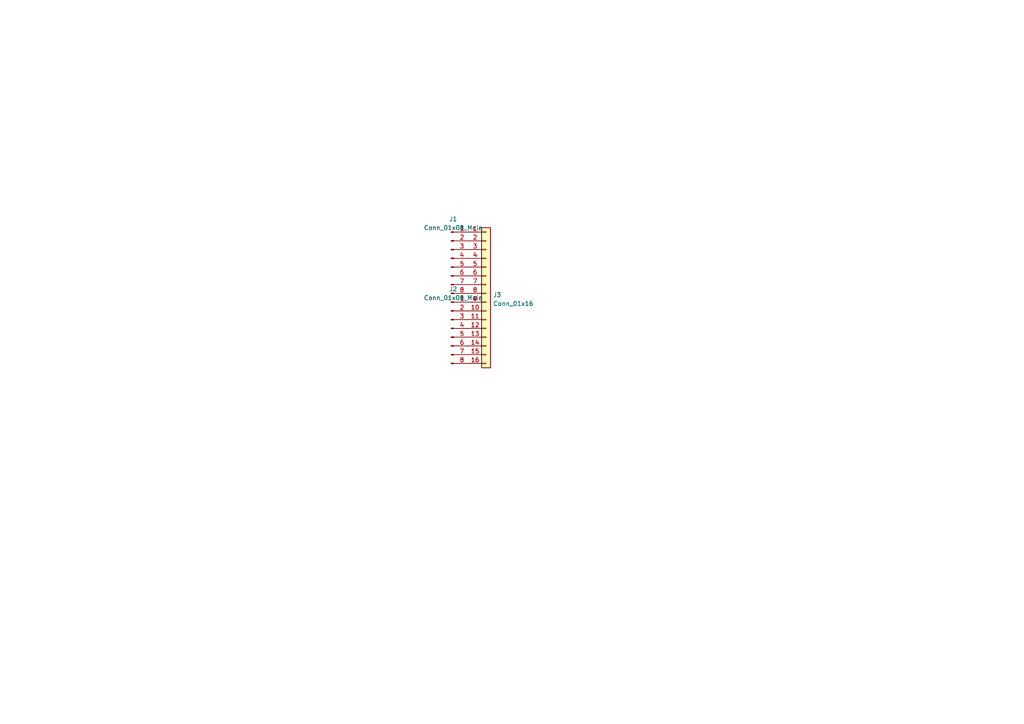
<source format=kicad_sch>
(kicad_sch (version 20211123) (generator eeschema)
  (paper "A4")
  (lib_symbols
    (symbol "Connector:Conn_01x08_Male" (pin_names (offset 1.016) hide)
      (property "Reference" "J" (at 0 10.16 0))
      (property "Value" "Conn_01x08_Male" (at 0 -12.7 0))
      (symbol "Conn_01x08_Male_1_1"
        (polyline (pts (xy 1.27 -10.16) (xy 0.8636 -10.16)) (stroke (width 0.1524)))
        (polyline (pts (xy 1.27 -7.62) (xy 0.8636 -7.62)) (stroke (width 0.1524)))
        (polyline (pts (xy 1.27 -5.08) (xy 0.8636 -5.08)) (stroke (width 0.1524)))
        (polyline (pts (xy 1.27 -2.54) (xy 0.8636 -2.54)) (stroke (width 0.1524)))
        (polyline (pts (xy 1.27 0) (xy 0.8636 0)) (stroke (width 0.1524)))
        (polyline (pts (xy 1.27 2.54) (xy 0.8636 2.54)) (stroke (width 0.1524)))
        (polyline (pts (xy 1.27 5.08) (xy 0.8636 5.08)) (stroke (width 0.1524)))
        (polyline (pts (xy 1.27 7.62) (xy 0.8636 7.62)) (stroke (width 0.1524)))
        (rectangle (start 0.8636 -10.033) (end 0 -10.287) (stroke (width 0.1524)) (fill (type outline)))
        (rectangle (start 0.8636 -7.493) (end 0 -7.747) (stroke (width 0.1524)) (fill (type outline)))
        (rectangle (start 0.8636 -4.953) (end 0 -5.207) (stroke (width 0.1524)) (fill (type outline)))
        (rectangle (start 0.8636 -2.413) (end 0 -2.667) (stroke (width 0.1524)) (fill (type outline)))
        (rectangle (start 0.8636 0.127) (end 0 -0.127) (stroke (width 0.1524)) (fill (type outline)))
        (rectangle (start 0.8636 2.667) (end 0 2.413) (stroke (width 0.1524)) (fill (type outline)))
        (rectangle (start 0.8636 5.207) (end 0 4.953) (stroke (width 0.1524)) (fill (type outline)))
        (rectangle (start 0.8636 7.747) (end 0 7.493) (stroke (width 0.1524)) (fill (type outline)))
        (pin passive line (at 5.08 7.62 180) (length 3.81) (name "Pin_1") (number "1"))
        (pin passive line (at 5.08 5.08 180) (length 3.81) (name "Pin_2") (number "2"))
        (pin passive line (at 5.08 2.54 180) (length 3.81) (name "Pin_3") (number "3"))
        (pin passive line (at 5.08 0 180) (length 3.81) (name "Pin_4") (number "4"))
        (pin passive line (at 5.08 -2.54 180) (length 3.81) (name "Pin_5") (number "5"))
        (pin passive line (at 5.08 -5.08 180) (length 3.81) (name "Pin_6") (number "6"))
        (pin passive line (at 5.08 -7.62 180) (length 3.81) (name "Pin_7") (number "7"))
        (pin passive line (at 5.08 -10.16 180) (length 3.81) (name "Pin_8") (number "8"))
      )
    )
    (symbol "Connector_Generic:Conn_01x16" (pin_names (offset 1.016) hide)
      (property "Reference" "J" (at 0 20.32 0))
      (property "Value" "Conn_01x16" (at 0 -22.86 0))
      (symbol "Conn_01x16_1_1"
        (rectangle (start -1.27 -20.193) (end 0 -20.447) (stroke (width 0.1524)))
        (rectangle (start -1.27 -17.653) (end 0 -17.907) (stroke (width 0.1524)))
        (rectangle (start -1.27 -15.113) (end 0 -15.367) (stroke (width 0.1524)))
        (rectangle (start -1.27 -12.573) (end 0 -12.827) (stroke (width 0.1524)))
        (rectangle (start -1.27 -10.033) (end 0 -10.287) (stroke (width 0.1524)))
        (rectangle (start -1.27 -7.493) (end 0 -7.747) (stroke (width 0.1524)))
        (rectangle (start -1.27 -4.953) (end 0 -5.207) (stroke (width 0.1524)))
        (rectangle (start -1.27 -2.413) (end 0 -2.667) (stroke (width 0.1524)))
        (rectangle (start -1.27 0.127) (end 0 -0.127) (stroke (width 0.1524)))
        (rectangle (start -1.27 2.667) (end 0 2.413) (stroke (width 0.1524)))
        (rectangle (start -1.27 5.207) (end 0 4.953) (stroke (width 0.1524)))
        (rectangle (start -1.27 7.747) (end 0 7.493) (stroke (width 0.1524)))
        (rectangle (start -1.27 10.287) (end 0 10.033) (stroke (width 0.1524)))
        (rectangle (start -1.27 12.827) (end 0 12.573) (stroke (width 0.1524)))
        (rectangle (start -1.27 15.367) (end 0 15.113) (stroke (width 0.1524)))
        (rectangle (start -1.27 17.907) (end 0 17.653) (stroke (width 0.1524)))
        (rectangle (start -1.27 19.05) (end 1.27 -21.59) (stroke (width 0.254)) (fill (type background)))
        (pin passive line (at -5.08 17.78 0) (length 3.81) (name "Pin_1") (number "1"))
        (pin passive line (at -5.08 -5.08 0) (length 3.81) (name "Pin_10") (number "10"))
        (pin passive line (at -5.08 -7.62 0) (length 3.81) (name "Pin_11") (number "11"))
        (pin passive line (at -5.08 -10.16 0) (length 3.81) (name "Pin_12") (number "12"))
        (pin passive line (at -5.08 -12.7 0) (length 3.81) (name "Pin_13") (number "13"))
        (pin passive line (at -5.08 -15.24 0) (length 3.81) (name "Pin_14") (number "14"))
        (pin passive line (at -5.08 -17.78 0) (length 3.81) (name "Pin_15") (number "15"))
        (pin passive line (at -5.08 -20.32 0) (length 3.81) (name "Pin_16") (number "16"))
        (pin passive line (at -5.08 15.24 0) (length 3.81) (name "Pin_2") (number "2"))
        (pin passive line (at -5.08 12.7 0) (length 3.81) (name "Pin_3") (number "3"))
        (pin passive line (at -5.08 10.16 0) (length 3.81) (name "Pin_4") (number "4"))
        (pin passive line (at -5.08 7.62 0) (length 3.81) (name "Pin_5") (number "5"))
        (pin passive line (at -5.08 5.08 0) (length 3.81) (name "Pin_6") (number "6"))
        (pin passive line (at -5.08 2.54 0) (length 3.81) (name "Pin_7") (number "7"))
        (pin passive line (at -5.08 0 0) (length 3.81) (name "Pin_8") (number "8"))
        (pin passive line (at -5.08 -2.54 0) (length 3.81) (name "Pin_9") (number "9"))
      )
    )
  )
  (symbol (lib_id "Connector:Conn_01x08_Male") (at 130.81 95.25 0) (unit 1)
    (property "Reference" "J2" (at 131.445 83.854 0))
    (property "Value" "Conn_01x08_Male" (at 131.445 86.3909 0))
    (property "Footprint" "Connector_PinHeader_2.54mm:PinHeader_1x08_P2.54mm_Vertical" (effects hide))
  )
  (symbol (lib_id "Connector:Conn_01x08_Male") (at 130.81 74.93 0) (unit 1)
    (property "Reference" "J1" (at 131.445 63.534 0))
    (property "Value" "Conn_01x08_Male" (at 131.445 66.0709 0))
    (property "Footprint" "Connector_PinHeader_2.54mm:PinHeader_1x08_P2.54mm_Vertical" (effects hide))
  )
  (symbol (lib_id "Connector_Generic:Conn_01x16") (at 140.97 85.09 0) (unit 1)
    (property "Reference" "J3" (at 143.002 85.5253 0) (effects (justify left)))
    (property "Value" "Conn_01x16" (at 143.002 88.0622 0) (effects (justify left)))
    (property "Footprint" "ASMR_footprints:Conn_FFC_1x16_0.5mm_TE_117347426" (effects hide))
  )
)
</source>
